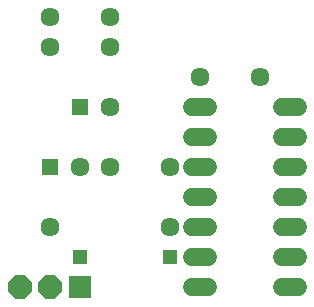
<source format=gts>
G75*
%MOIN*%
%OFA0B0*%
%FSLAX25Y25*%
%IPPOS*%
%LPD*%
%AMOC8*
5,1,8,0,0,1.08239X$1,22.5*
%
%ADD10C,0.06343*%
%ADD11R,0.05556X0.05556*%
%ADD12C,0.05950*%
%ADD13OC8,0.07800*%
%ADD14R,0.07800X0.07800*%
%ADD15R,0.04762X0.04762*%
D10*
X0050760Y0048886D03*
X0060760Y0068886D03*
X0070760Y0068886D03*
X0090760Y0068886D03*
X0070760Y0088886D03*
X0070760Y0108886D03*
X0070760Y0118886D03*
X0050760Y0118886D03*
X0050760Y0108886D03*
X0100760Y0098886D03*
X0120760Y0098886D03*
X0090760Y0048886D03*
D11*
X0050760Y0068886D03*
X0060760Y0088886D03*
D12*
X0098185Y0088886D02*
X0103335Y0088886D01*
X0103335Y0078886D02*
X0098185Y0078886D01*
X0098185Y0068886D02*
X0103335Y0068886D01*
X0103335Y0058886D02*
X0098185Y0058886D01*
X0098185Y0048886D02*
X0103335Y0048886D01*
X0103335Y0038886D02*
X0098185Y0038886D01*
X0098185Y0028886D02*
X0103335Y0028886D01*
X0128185Y0028886D02*
X0133335Y0028886D01*
X0133335Y0038886D02*
X0128185Y0038886D01*
X0128185Y0048886D02*
X0133335Y0048886D01*
X0133335Y0058886D02*
X0128185Y0058886D01*
X0128185Y0068886D02*
X0133335Y0068886D01*
X0133335Y0078886D02*
X0128185Y0078886D01*
X0128185Y0088886D02*
X0133335Y0088886D01*
D13*
X0040760Y0028886D03*
X0050760Y0028886D03*
D14*
X0060760Y0028886D03*
D15*
X0060760Y0038886D03*
X0090760Y0038886D03*
M02*

</source>
